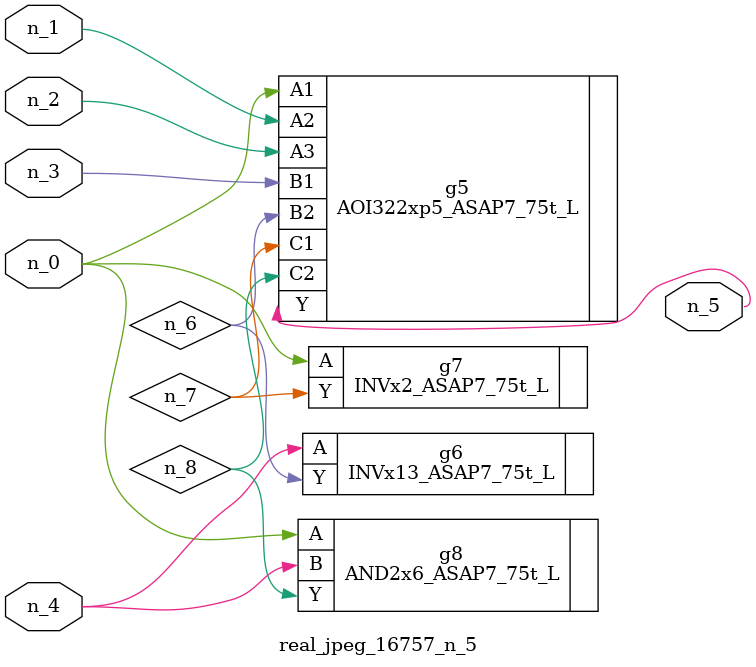
<source format=v>
module real_jpeg_16757_n_5 (n_4, n_0, n_1, n_2, n_3, n_5);

input n_4;
input n_0;
input n_1;
input n_2;
input n_3;

output n_5;

wire n_8;
wire n_6;
wire n_7;

AOI322xp5_ASAP7_75t_L g5 ( 
.A1(n_0),
.A2(n_1),
.A3(n_2),
.B1(n_3),
.B2(n_6),
.C1(n_7),
.C2(n_8),
.Y(n_5)
);

INVx2_ASAP7_75t_L g7 ( 
.A(n_0),
.Y(n_7)
);

AND2x6_ASAP7_75t_L g8 ( 
.A(n_0),
.B(n_4),
.Y(n_8)
);

INVx13_ASAP7_75t_L g6 ( 
.A(n_4),
.Y(n_6)
);


endmodule
</source>
